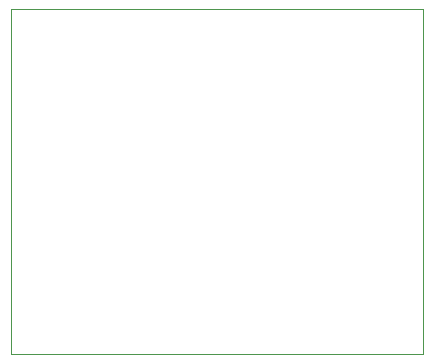
<source format=gbr>
G04 #@! TF.FileFunction,Profile,NP*
%FSLAX46Y46*%
G04 Gerber Fmt 4.6, Leading zero omitted, Abs format (unit mm)*
G04 Created by KiCad (PCBNEW 4.0.2+dfsg1-stable) date Thu 21 Jul 2016 06:53:58 PM COT*
%MOMM*%
G01*
G04 APERTURE LIST*
%ADD10C,0.100000*%
G04 APERTURE END LIST*
D10*
X142875000Y-97790000D02*
X142875000Y-68580000D01*
X177800000Y-97790000D02*
X142875000Y-97790000D01*
X177800000Y-68580000D02*
X177800000Y-97790000D01*
X142875000Y-68580000D02*
X177800000Y-68580000D01*
M02*

</source>
